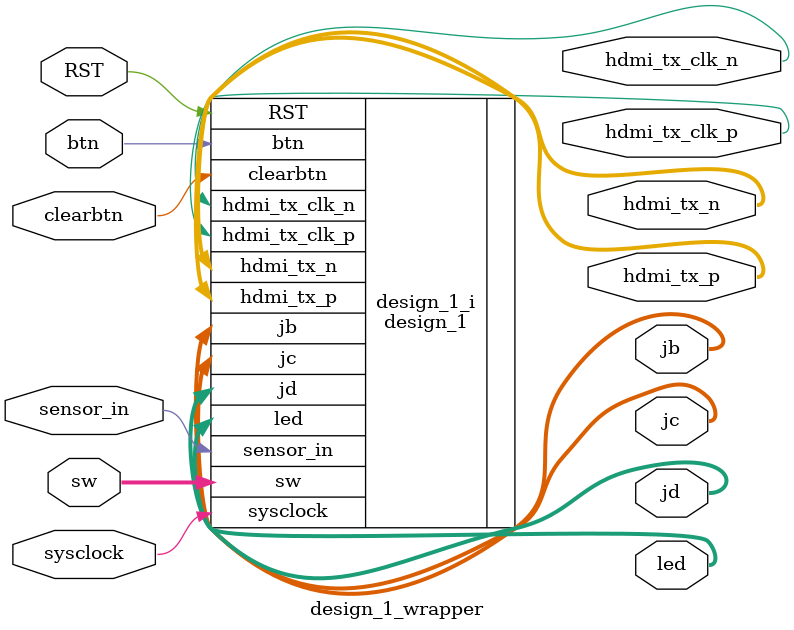
<source format=v>
`timescale 1 ps / 1 ps

module design_1_wrapper
   (RST,
    btn,
    clearbtn,
    hdmi_tx_clk_n,
    hdmi_tx_clk_p,
    hdmi_tx_n,
    hdmi_tx_p,
    jb,
    jc,
    jd,
    led,
    sensor_in,
    sw,
    sysclock);
  input RST;
  input btn;
  input clearbtn;
  output hdmi_tx_clk_n;
  output hdmi_tx_clk_p;
  output [2:0]hdmi_tx_n;
  output [2:0]hdmi_tx_p;
  output [7:0]jb;
  output [7:0]jc;
  output [7:0]jd;
  output [3:0]led;
  input sensor_in;
  input [3:0]sw;
  input sysclock;

  wire RST;
  wire btn;
  wire clearbtn;
  wire hdmi_tx_clk_n;
  wire hdmi_tx_clk_p;
  wire [2:0]hdmi_tx_n;
  wire [2:0]hdmi_tx_p;
  wire [7:0]jb;
  wire [7:0]jc;
  wire [7:0]jd;
  wire [3:0]led;
  wire sensor_in;
  wire [3:0]sw;
  wire sysclock;

  design_1 design_1_i
       (.RST(RST),
        .btn(btn),
        .clearbtn(clearbtn),
        .hdmi_tx_clk_n(hdmi_tx_clk_n),
        .hdmi_tx_clk_p(hdmi_tx_clk_p),
        .hdmi_tx_n(hdmi_tx_n),
        .hdmi_tx_p(hdmi_tx_p),
        .jb(jb),
        .jc(jc),
        .jd(jd),
        .led(led),
        .sensor_in(sensor_in),
        .sw(sw),
        .sysclock(sysclock));
endmodule

</source>
